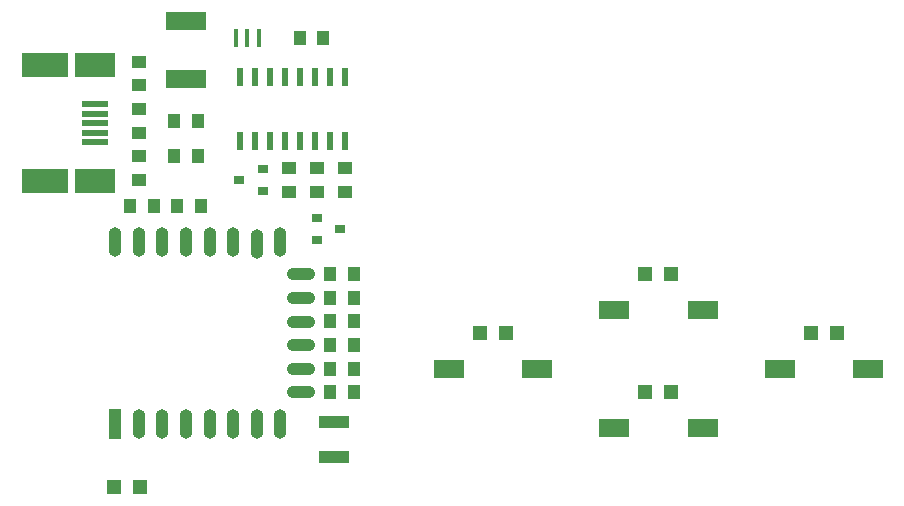
<source format=gtp>
G04 #@! TF.GenerationSoftware,KiCad,Pcbnew,no-vcs-found-7669~57~ubuntu14.04.1*
G04 #@! TF.CreationDate,2017-03-03T23:25:09+01:00*
G04 #@! TF.ProjectId,Wifi_PB,576966695F50422E6B696361645F7063,V0.1*
G04 #@! TF.FileFunction,Paste,Top*
G04 #@! TF.FilePolarity,Positive*
%FSLAX46Y46*%
G04 Gerber Fmt 4.6, Leading zero omitted, Abs format (unit mm)*
G04 Created by KiCad (PCBNEW no-vcs-found-7669~57~ubuntu14.04.1) date Fri Mar  3 23:25:09 2017*
%MOMM*%
%LPD*%
G01*
G04 APERTURE LIST*
%ADD10C,0.100000*%
%ADD11R,0.600000X1.500000*%
%ADD12O,1.100000X2.500000*%
%ADD13O,2.400000X1.100000*%
%ADD14R,1.100000X2.500000*%
%ADD15R,1.250000X1.000000*%
%ADD16R,1.000000X1.250000*%
%ADD17R,2.500000X1.000000*%
%ADD18R,1.200000X1.200000*%
%ADD19R,0.900000X0.800000*%
%ADD20R,1.000000X1.300000*%
%ADD21R,1.300000X1.000000*%
%ADD22R,2.500000X1.600000*%
%ADD23R,3.500000X1.600000*%
%ADD24R,4.000000X2.050000*%
%ADD25R,3.500000X2.050000*%
%ADD26R,2.250000X0.500000*%
%ADD27R,0.300000X1.600000*%
G04 APERTURE END LIST*
D10*
D11*
X82445000Y-49700000D03*
X81175000Y-49700000D03*
X79905000Y-49700000D03*
X78635000Y-49700000D03*
X77365000Y-49700000D03*
X76095000Y-49700000D03*
X74825000Y-49700000D03*
X73555000Y-49700000D03*
X73555000Y-44300000D03*
X74825000Y-44300000D03*
X76095000Y-44300000D03*
X77365000Y-44300000D03*
X78635000Y-44300000D03*
X79905000Y-44300000D03*
X81175000Y-44300000D03*
X82445000Y-44300000D03*
D12*
X63000000Y-58300000D03*
X65000000Y-58300000D03*
X67000000Y-58300000D03*
X69000000Y-58300000D03*
X71000000Y-58300000D03*
X73000000Y-58300000D03*
X75000000Y-58400000D03*
X77000000Y-58300000D03*
D13*
X78750000Y-61010000D03*
X78750000Y-63010000D03*
X78750000Y-65010000D03*
X78750000Y-67010000D03*
X78750000Y-69010000D03*
X78750000Y-71010000D03*
D12*
X77000000Y-73700000D03*
X75000000Y-73700000D03*
X73000000Y-73700000D03*
X71000000Y-73700000D03*
X69000000Y-73700000D03*
X67000000Y-73700000D03*
X65000000Y-73700000D03*
D14*
X63000000Y-73700000D03*
D15*
X82450000Y-54000000D03*
X82450000Y-52000000D03*
D16*
X80630000Y-40990000D03*
X78630000Y-40990000D03*
X81200000Y-67000000D03*
X83200000Y-67000000D03*
D17*
X81500000Y-76500000D03*
X81500000Y-73500000D03*
D15*
X65000000Y-45000000D03*
X65000000Y-43000000D03*
X65000000Y-47000000D03*
X65000000Y-49000000D03*
X65000000Y-53000000D03*
X65000000Y-51000000D03*
D18*
X65100000Y-79000000D03*
X62900000Y-79000000D03*
X93900000Y-66000000D03*
X96100000Y-66000000D03*
X110100000Y-61000000D03*
X107900000Y-61000000D03*
X121900000Y-66000000D03*
X124100000Y-66000000D03*
X110100000Y-71000000D03*
X107900000Y-71000000D03*
D19*
X80075000Y-56200000D03*
X80075000Y-58100000D03*
X82075000Y-57150000D03*
X73500000Y-53000000D03*
X75500000Y-52050000D03*
X75500000Y-53950000D03*
D20*
X83200000Y-65000000D03*
X81200000Y-65000000D03*
X81200000Y-63000000D03*
X83200000Y-63000000D03*
X83200000Y-71000000D03*
X81200000Y-71000000D03*
X81200000Y-69000000D03*
X83200000Y-69000000D03*
X83200000Y-61000000D03*
X81200000Y-61000000D03*
X64250000Y-55250000D03*
X66250000Y-55250000D03*
X70250000Y-55250000D03*
X68250000Y-55250000D03*
D21*
X77750000Y-52000000D03*
X77750000Y-54000000D03*
X80075000Y-52000000D03*
X80075000Y-54000000D03*
D20*
X70000000Y-48000000D03*
X68000000Y-48000000D03*
X68000000Y-51000000D03*
X70000000Y-51000000D03*
D22*
X112750000Y-74000000D03*
X105250000Y-74000000D03*
X119250000Y-69000000D03*
X126750000Y-69000000D03*
X112750000Y-64000000D03*
X105250000Y-64000000D03*
X91250000Y-69000000D03*
X98750000Y-69000000D03*
D23*
X69000000Y-39561600D03*
X69000000Y-44438400D03*
D24*
X57075000Y-53125000D03*
X57075000Y-43275000D03*
D25*
X61325000Y-53125000D03*
X61325000Y-43275000D03*
D26*
X61325000Y-49800000D03*
X61325000Y-49000000D03*
X61325000Y-46600000D03*
X61325000Y-47400000D03*
X61325000Y-48200000D03*
D27*
X75150000Y-41000000D03*
X74200000Y-41000000D03*
X73250000Y-41000000D03*
M02*

</source>
